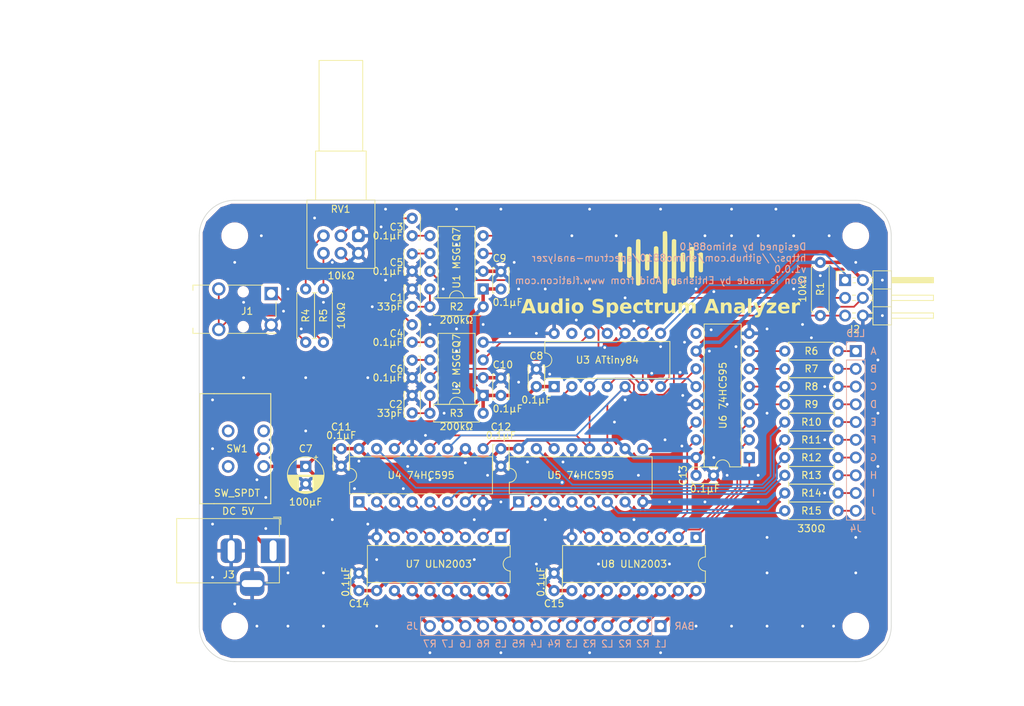
<source format=kicad_pcb>
(kicad_pcb (version 20221018) (generator pcbnew)
  (title_block (title "Spectrum Analyzer Controller") (date "2023-08-17") (rev "v1.0.0") (company "shimo8810"))
  (layers (0 "F.Cu" power) (31 "B.Cu" signal) (34 "B.Paste" user) (35 "F.Paste" user) (36 "B.SilkS" user "B.Silkscreen") (37 "F.SilkS" user "F.Silkscreen") (38 "B.Mask" user) (39 "F.Mask" user) (44 "Edge.Cuts" user))
  (net 0 "")
  (net 1 "+5V")
  (net 3 "/RESET")
  (net 4 "Net-(J1-PadR)")
  (net 5 "/LED_A")
  (net 6 "/LED_B")
  (net 7 "Net-(J1-PadT)")
  (net 8 "Net-(U2-CKIN)")
  (net 9 "Net-(U1-CKIN)")
  (net 10 "Net-(C3-Pad2)")
  (net 11 "GND")
  (net 12 "Net-(C4-Pad2)")
  (net 13 "/RIGHT_OUT")
  (net 14 "/STROBE")
  (net 15 "/RIGHT_IN")
  (net 16 "Net-(U2-GND)")
  (net 17 "/GEQ_RESET")
  (net 18 "/LEFT_OUT")
  (net 19 "/LEFT_IN")
  (net 20 "Net-(U1-GND)")
  (net 21 "/LED_DATA")
  (net 22 "/LED_CLOCK")
  (net 23 "/LED_LATCH")
  (net 24 "/ICSP_MOSI")
  (net 25 "/ICSP_MISO")
  (net 26 "/ICSP_CLOCK")
  (net 28 "/LED_C")
  (net 29 "/LED_D")
  (net 30 "/LED_E")
  (net 31 "/LED_F")
  (net 32 "/LED_G")
  (net 33 "/LED_H")
  (net 34 "/LED_I")
  (net 35 "/LED_J")
  (net 36 "/LEFT_1")
  (net 37 "/LEFT_2")
  (net 38 "/LEFT_3")
  (net 39 "/LEFT_4")
  (net 40 "/LEFT_5")
  (net 41 "/LEFT_6")
  (net 42 "/LEFT_7")
  (net 43 "/RIGHT_1")
  (net 44 "/RIGHT_2")
  (net 45 "/RIGHT_3")
  (net 46 "/RIGHT_4")
  (net 47 "/RIGHT_5")
  (net 48 "/RIGHT_6")
  (net 49 "/RIGHT_7")
  (net 50 "Net-(R4-Pad1)")
  (net 51 "Net-(R5-Pad2)")
  (net 52 "Net-(U4-QE)")
  (net 53 "Net-(U4-QF)")
  (net 54 "Net-(U4-QH')")
  (net 55 "Net-(U5-QH')")
  (net 57 "Net-(J4-Pin_1)")
  (net 58 "Net-(J4-Pin_2)")
  (net 59 "Net-(J4-Pin_3)")
  (net 60 "Net-(J4-Pin_4)")
  (net 61 "Net-(J4-Pin_5)")
  (net 62 "Net-(J4-Pin_6)")
  (net 63 "Net-(J4-Pin_7)")
  (net 64 "Net-(J4-Pin_8)")
  (net 65 "Net-(J4-Pin_9)")
  (net 66 "Net-(J4-Pin_10)")
  (net 67 "VDC")
  (net 68 "Net-(U4-QB)")
  (net 69 "Net-(U4-QC)")
  (net 70 "Net-(U4-QD)")
  (net 71 "Net-(U5-QB)")
  (net 72 "Net-(U5-QC)")
  (net 73 "Net-(U5-QD)")
  (net 74 "Net-(U5-QE)")
  (net 75 "Net-(U5-QF)")
  (net 76 "Net-(U6-QB)")
  (net 77 "Net-(U6-QC)")
  (net 78 "Net-(U6-QD)")
  (net 79 "Net-(U6-QA)")
  (footprint "Library:SP_R_Axial_DIN0207_L6.3mm_D2.5mm_P7.62mm_Horizontal" (layer "F.Cu") (at 109.22 92.71 90)
    (fp_text reference "R5")
    (fp_text value "10k")
  )
  (footprint "Capacitor_THT:CP_Radial_D5.0mm_P2.50mm" (layer "F.Cu") (at 106.68 110.49 -90)
    (fp_text reference "C7")
    (fp_text value "100u")
  )
  (footprint "Capacitor_THT:C_Disc_D3.4mm_W2.1mm_P2.50mm" (layer "F.Cu") (at 142.24 128.27 90)
    (fp_text reference "C15")
    (fp_text value "0.1u")
  )
  (footprint "Package_DIP:DIP-14_W7.62mm" (layer "F.Cu") (at 142.24 99.06 90)
    (fp_text reference "U3 ATtiny84")
    (fp_text value "ATtiny84-20P")
  )
  (footprint "aki_Switch:4MS1R202M6QES" (layer "F.Cu") (at 100.6609 107.95 90)
    (fp_text reference "SW1")
    (fp_text value "SW_SPDT")
  )
  (footprint "Package_DIP:DIP-16_W7.62mm" (layer "F.Cu") (at 170.18 109.22 180)
    (fp_text reference "U6 74HC595")
    (fp_text value "74HC595" hide)
  )
  (footprint "Capacitor_THT:C_Disc_D3.4mm_W2.1mm_P2.50mm" (layer "F.Cu") (at 121.92 102.83 90)
    (fp_text reference "C2")
    (fp_text value "33p")
  )
  (footprint "Library:SP_R_Axial_DIN0207_L6.3mm_D2.5mm_P7.62mm_Horizontal" (layer "F.Cu") (at 175.26 116.84)
    (fp_text reference "R15")
    (fp_text value "330")
  )
  (footprint "Capacitor_THT:C_Disc_D3.4mm_W2.1mm_P2.50mm" (layer "F.Cu") (at 121.92 92.71 90)
    (fp_text reference "C4")
    (fp_text value "0.1u")
  )
  (footprint "Package_DIP:DIP-16_W7.62mm" (layer "F.Cu") (at 137.16 115.57 90)
    (fp_text reference "U5 74HC595")
    (fp_text value "74HC595")
  )
  (footprint "Library:equalizer_icon" (layer "F.Cu") (at 157.48 81.28)
    (fp_text reference "G1" hide)
    (fp_text value "LOGO" hide)
  )
  (footprint "Capacitor_THT:C_Disc_D3.4mm_W2.1mm_P2.50mm" (layer "F.Cu") (at 111.76 107.95 -90)
    (fp_text reference "C11")
    (fp_text value "0.1u")
  )
  (footprint "Library:SP_R_Axial_DIN0207_L6.3mm_D2.5mm_P7.62mm_Horizontal" (layer "F.Cu") (at 106.68 85.09 -90)
    (fp_text reference "R4")
    (fp_text value "10k")
  )
  (footprint "Capacitor_THT:C_Disc_D3.4mm_W2.1mm_P2.50mm" (layer "F.Cu") (at 162.56 111.76)
    (fp_text reference "C13")
    (fp_text value "0.1u")
  )
  (footprint "Library:SP_R_Axial_DIN0207_L6.3mm_D2.5mm_P7.62mm_Horizontal" (layer "F.Cu") (at 175.26 96.52)
    (fp_text reference "R7")
    (fp_text value "330")
  )
  (footprint "Package_DIP:DIP-8_W7.62mm" (layer "F.Cu") (at 132.08 100.33 180)
    (fp_text reference "U2 MSGEQ7")
    (fp_text value "MSGEQ7")
  )
  (footprint "MountingHole:MountingHole_3.2mm_M3" (layer "F.Cu") (at 96.52 77.47)
    (fp_text reference "REF1" hide)
    (fp_text value "MountingHole_3.2mm_M3")
  )
  (footprint "Capacitor_THT:C_Disc_D3.4mm_W2.1mm_P2.50mm" (layer "F.Cu") (at 134.62 85.09 90)
    (fp_text reference "C9")
    (fp_text value "0.1u")
  )
  (footprint "Library:SP_R_Axial_DIN0207_L6.3mm_D2.5mm_P7.62mm_Horizontal" (layer "F.Cu") (at 132.08 102.87 180)
    (fp_text reference "R3")
    (fp_text value "200k")
  )
  (footprint "Library:SP_R_Axial_DIN0207_L6.3mm_D2.5mm_P7.62mm_Horizontal" (layer "F.Cu") (at 175.26 99.06)
    (fp_text reference "R8")
    (fp_text value "330")
  )
  (footprint "Library:SP_R_Axial_DIN0207_L6.3mm_D2.5mm_P7.62mm_Horizontal" (layer "F.Cu") (at 180.34 81.28 -90)
    (fp_text reference "R1")
    (fp_text value "10k")
  )
  (footprint "MountingHole:MountingHole_3.2mm_M3" (layer "F.Cu") (at 185.42 77.47)
    (fp_text reference "REF2" hide)
    (fp_text value "MountingHole_3.2mm_M3")
  )
  (footprint "Capacitor_THT:C_Disc_D3.4mm_W2.1mm_P2.50mm" (layer "F.Cu") (at 121.92 87.59 90)
    (fp_text reference "C1")
    (fp_text value "33p")
  )
  (footprint "Library:SP_R_Axial_DIN0207_L6.3mm_D2.5mm_P7.62mm_Horizontal" (layer "F.Cu") (at 175.26 106.68)
    (fp_text reference "R11")
    (fp_text value "330")
  )
  (footprint "Package_DIP:DIP-16_W7.62mm" (layer "F.Cu") (at 134.62 120.65 -90)
    (fp_text reference "U7 ULN2003")
    (fp_text value "ULN2003")
  )
  (footprint "Capacitor_THT:C_Disc_D3.4mm_W2.1mm_P2.50mm" (layer "F.Cu") (at 134.62 107.95 -90)
    (fp_text reference "C12")
    (fp_text value "0.1u")
  )
  (footprint "Connector_Audio:Jack_3.5mm_Switronic_ST-005-G_horizontal" (layer "F.Cu") (at 95.234 87.99)
    (fp_text reference "J1")
    (fp_text value "AudioJack3")
  )
  (footprint "Capacitor_THT:C_Disc_D3.4mm_W2.1mm_P2.50mm" (layer "F.Cu") (at 134.62 100.33 90)
    (fp_text reference "C10")
    (fp_text value "0.1u")
  )
  (footprint "Package_DIP:DIP-8_W7.62mm" (layer "F.Cu") (at 132.08 85.09 180)
    (fp_text reference "U1 MSGEQ7")
    (fp_text value "MSGEQ7")
  )
  (footprint "Library:SP_R_Axial_DIN0207_L6.3mm_D2.5mm_P7.62mm_Horizontal" (layer "F.Cu") (at 175.26 93.98)
    (fp_text reference "R6")
    (fp_text value "330")
  )
  (footprint "Library:SP_R_Axial_DIN0207_L6.3mm_D2.5mm_P7.62mm_Horizontal" (layer "F.Cu") (at 175.26 114.3)
    (fp_text reference "R14")
    (fp_text value "330")
  )
  (footprint "Capacitor_THT:C_Disc_D3.4mm_W2.1mm_P2.50mm" (layer "F.Cu") (at 121.92 80.05 -90)
    (fp_text reference "C5")
    (fp_text value "0.1u")
  )
  (footprint "Package_DIP:DIP-16_W7.62mm" (layer "F.Cu") (at 114.3 115.57 90)
    (fp_text reference "U4 74HC595")
    (fp_text value "74HC595")
  )
  (footprint "MountingHole:MountingHole_3.2mm_M3" (layer "F.Cu") (at 96.52 133.35)
    (fp_text reference "REF4" hide)
    (fp_text value "MountingHole_3.2mm_M3")
  )
  (footprint "MountingHole:MountingHole_3.2mm_M3" (layer "F.Cu") (at 185.42 133.35)
    (fp_text reference "REF3" hide)
    (fp_text value "MountingHole_3.2mm_M3")
  )
  (footprint "Library:SP_R_Axial_DIN0207_L6.3mm_D2.5mm_P7.62mm_Horizontal" (layer "F.Cu") (at 175.26 111.76)
    (fp_text reference "R13")
    (fp_text value "330")
  )
  (footprint "Capacitor_THT:C_Disc_D3.4mm_W2.1mm_P2.50mm" (layer "F.Cu") (at 114.3 128.27 90)
    (fp_text reference "C14")
    (fp_text value "0.1u")
  )
  (footprint "Library:SP_R_Axial_DIN0207_L6.3mm_D2.5mm_P7.62mm_Horizontal" (layer "F.Cu") (at 175.26 109.22)
    (fp_text reference "R12")
    (fp_text value "330")
  )
  (footprint "Potentiometer_THT:Potentiometer_Alps_RK097_Dual_Horizontal" (layer "F.Cu") (at 114.22 77.47 -90)
    (fp_text reference "RV1")
    (fp_text value "10k")
  )
  (footprint "Capacitor_THT:C_Disc_D3.4mm_W2.1mm_P2.50mm" (layer "F.Cu") (at 121.92 95.29 -90)
    (fp_text reference "C6")
    (fp_text value "0.1u")
  )
  (footprint "Connector_PinHeader_2.54mm:PinHeader_2x03_P2.54mm_Horizontal" (layer "F.Cu") (at 183.896 83.82)
    (fp_text reference "J2")
    (fp_text value "Conn_02x03_Odd_Even")
  )
  (footprint "Package_DIP:DIP-16_W7.62mm" (layer "F.Cu") (at 162.56 120.65 -90)
    (fp_text reference "U8 ULN2003")
    (fp_text value "ULN2003")
  )
  (footprint "Library:SP_R_Axial_DIN0207_L6.3mm_D2.5mm_P7.62mm_Horizontal" (layer "F.Cu") (at 175.26 101.6)
    (fp_text reference "R9")
    (fp_text value "330")
  )
  (footprint "Library:SP_R_Axial_DIN0207_L6.3mm_D2.5mm_P7.62mm_Horizontal" (layer "F.Cu") (at 175.26 104.14)
    (fp_text reference "R10")
    (fp_text value "330")
  )
  (footprint "Capacitor_THT:C_Disc_D3.4mm_W2.1mm_P2.50mm" (layer "F.Cu") (at 121.92 77.47 90)
    (fp_text reference "C3")
    (fp_text value "0.1u")
  )
  (footprint "Connector_BarrelJack:BarrelJack_Horizontal" (layer "F.Cu") (at 102.012 122.555)
    (fp_text reference "J3")
    (fp_text value "Barrel_Jack_Switch")
  )
  (footprint "Capacitor_THT:C_Disc_D3.4mm_W2.1mm_P2.50mm" (layer "F.Cu") (at 139.7 99.06 90)
    (fp_text reference "C8")
    (fp_text value "0.1u")
  )
  (footprint "Library:SP_R_Axial_DIN0207_L6.3mm_D2.5mm_P7.62mm_Horizontal" (layer "F.Cu") (at 132.08 87.63 180)
    (fp_text reference "R2")
    (fp_text value "200k")
  )
  (footprint "Connector_PinSocket_2.54mm:PinSocket_1x14_P2.54mm_Vertical" (layer "B.Cu") (at 157.48 133.35 90)
    (fp_text reference "J5")
    (fp_text value "Conn_01x14_Socket")
  )
  (footprint "Connector_PinSocket_2.54mm:PinSocket_1x10_P2.54mm_Vertical" (layer "B.Cu") (at 185.42 93.98 180)
    (fp_text reference "J4")
    (fp_text value "Conn_01x10_Socket")
  )
  (gr_line (start 91.44 77.47) (end 91.44 133.35) (stroke (width 0.1)) (layer "Edge.Cuts"))
  (gr_arc (start 190.5 133.35) (mid 189.012102 136.942102) (end 185.42 138.43) (stroke (width 0.1)) (layer "Edge.Cuts"))
  (gr_line (start 190.5 133.35) (end 190.5 77.47) (stroke (width 0.1)) (layer "Edge.Cuts"))
  (gr_arc (start 185.42 72.39) (mid 189.012102 73.877898) (end 190.5 77.47) (stroke (width 0.1)) (layer "Edge.Cuts"))
  (gr_arc (start 96.52 138.43) (mid 92.927898 136.942102) (end 91.44 133.35) (stroke (width 0.1)) (layer "Edge.Cuts"))
  (gr_arc (start 91.44 77.47) (mid 92.927898 73.877898) (end 96.52 72.39) (stroke (width 0.1)) (layer "Edge.Cuts"))
  (gr_line (start 96.52 138.43) (end 185.42 138.43) (stroke (width 0.1)) (layer "Edge.Cuts"))
  (gr_line (start 185.42 72.39) (end 96.52 72.39) (stroke (width 0.1)) (layer "Edge.Cuts"))
  (gr_text "L6" (at 129.54 135.89) (layer "B.SilkS") (effects (font (size 1 1)) (justify mirror)))
  (gr_text "L3" (at 144.78 135.89) (layer "B.SilkS") (effects (font (size 1 1)) (justify mirror)))
  (gr_text "L1" (at 157.48 135.89) (layer "B.SilkS") (effects (font (size 1 1)) (justify mirror)))
  (gr_text "A" (at 187.96 93.98) (layer "B.SilkS") (effects (font (size 1 1)) (justify mirror)))
  (gr_text "E" (at 187.96 104.14) (layer "B.SilkS") (effects (font (size 1 1)) (justify mirror)))
  (gr_text "D" (at 187.96 101.6) (layer "B.SilkS") (effects (font (size 1 1)) (justify mirror)))
  (gr_text "H" (at 187.96 111.76) (layer "B.SilkS") (effects (font (size 1 1)) (justify mirror)))
  (gr_text "Designed by shimo8810\nhttps://github.com/shimo8810/spectrum-analyzer\nv1.0.0\nIcon is made by Ehtisham Abid from www.flaticon.com" (at 178.435 84.455) (layer "B.SilkS") (effects (font (size 1 1)) (justify left bottom mirror)))
  (gr_text "C" (at 187.96 99.06) (layer "B.SilkS") (effects (font (size 1 1)) (justify mirror)))
  (gr_text "I" (at 187.96 114.3) (layer "B.SilkS") (effects (font (size 1 1)) (justify mirror)))
  (gr_text "R7" (at 124.46 135.89) (layer "B.SilkS") (effects (font (size 1 1)) (justify mirror)))
  (gr_text "L5" (at 134.62 135.89) (layer "B.SilkS") (effects (font (size 1 1)) (justify mirror)))
  (gr_text "R2" (at 152.4 135.89) (layer "B.SilkS") (effects (font (size 1 1)) (justify mirror)))
  (gr_text "B" (at 187.96 96.52) (layer "B.SilkS") (effects (font (size 1 1)) (justify mirror)))
  (gr_text "F" (at 187.96 106.68) (layer "B.SilkS") (effects (font (size 1 1)) (justify mirror)))
  (gr_text "BAR" (at 159.385 133.35) (layer "B.SilkS") (effects (font (size 1 1)) (justify right mirror)))
  (gr_text "R5" (at 137.16 135.89) (layer "B.SilkS") (effects (font (size 1 1)) (justify mirror)))
  (gr_text "R3" (at 147.32 135.89) (layer "B.SilkS") (effects (font (size 1 1)) (justify mirror)))
  (gr_text "L4" (at 139.7 135.89) (layer "B.SilkS") (effects (font (size 1 1)) (justify mirror)))
  (gr_text "R2" (at 154.94 135.89) (layer "B.SilkS") (effects (font (size 1 1)) (justify mirror)))
  (gr_text "J" (at 187.96 116.84) (layer "B.SilkS") (effects (font (size 1 1)) (justify mirror)))
  (gr_text "R4" (at 142.24 135.89) (layer "B.SilkS") (effects (font (size 1 1)) (justify mirror)))
  (gr_text "LED" (at 185.42 91.44) (layer "B.SilkS") (effects (font (size 1 1)) (justify mirror)))
  (gr_text "G" (at 187.96 109.22) (layer "B.SilkS") (effects (font (size 1 1)) (justify mirror)))
  (gr_text "L2" (at 149.86 135.89) (layer "B.SilkS") (effects (font (size 1 1)) (justify mirror)))
  (gr_text "R6" (at 132.08 135.89) (layer "B.SilkS") (effects (font (size 1 1)) (justify mirror)))
  (gr_text "L7" (at 127 135.89) (layer "B.SilkS") (effects (font (size 1 1)) (justify mirror)))
  (gr_text "0.1μF" (at 112.395 127 90) (layer "F.SilkS") (effects (font (size 1 1))))
  (gr_text "33pF" (at 120.65 102.87) (layer "F.SilkS") (effects (font (size 1 1)) (justify right)))
  (gr_text "10kΩ" (at 177.8 85.09 90) (layer "F.SilkS") (effects (font (size 1 1))))
  (gr_text "0.1μF" (at 163.83 113.665) (layer "F.SilkS") (effects (font (size 1 1))))
  (gr_text "0.1μF" (at 134.62 106.045) (layer "F.SilkS") (effects (font (size 1 1))))
  (gr_text "10kΩ" (at 111.76 88.9 90) (layer "F.SilkS") (effects (font (size 1 1))))
  (gr_text "33pF" (at 120.65 87.63) (layer "F.SilkS") (effects (font (size 1 1)) (justify right)))
  (gr_text "200kΩ" (at 128.27 89.535) (layer "F.SilkS") (effects (font (size 1 1))))
  (gr_text "200kΩ" (at 128.27 104.775) (layer "F.SilkS") (effects (font (size 1 1))))
  (gr_text "0.1μF" (at 133.35 102.235) (layer "F.SilkS") (effects (font (size 1 1)) (justify left)))
  (gr_text "0.1μF" (at 120.65 77.47) (layer "F.SilkS") (effects (font (size 1 1)) (justify right)))
  (gr_text "100μF" (at 106.68 115.57) (layer "F.SilkS") (effects (font (size 1 1))))
  (gr_text "0.1μF" (at 133.35 86.995) (layer "F.SilkS") (effects (font (size 1 1)) (justify left)))
  (gr_text "Audio Spectrum Analyzer" (at 157.48 88.9) (layer "F.SilkS") (effects (font (size 2 2) (thickness 0.4) bold) (justify bottom)))
  (gr_text "DC 5V" (at 94.615 117.475) (layer "F.SilkS") (effects (font (size 1 1)) (justify left bottom)))
  (gr_text "0.1μF" (at 111.76 106.045) (layer "F.SilkS") (effects (font (size 1 1))))
  (gr_text "10kΩ" (at 111.76 83.185) (layer "F.SilkS") (effects (font (size 1 1))))
  (gr_text "330Ω" (at 179.07 119.38) (layer "F.SilkS") (effects (font (size 1 1))))
  (gr_text "0.1μF" (at 120.65 92.71) (layer "F.SilkS") (effects (font (size 1 1)) (justify right)))
  (gr_text "0.1μF" (at 120.65 82.55) (layer "F.SilkS") (effects (font (size 1 1)) (justify right)))
  (gr_text "0.1μF" (at 140.335 127 90) (layer "F.SilkS") (effects (font (size 1 1))))
  (gr_text "0.1μF" (at 139.7 100.965) (layer "F.SilkS") (effects (font (size 1 1))))
  (gr_text "0.1μF" (at 120.65 97.79) (layer "F.SilkS") (effects (font (size 1 1)) (justify right)))
  (segment (start 134.62 100.33) (end 138.43 100.33) (width 0.5) (layer "F.Cu") (net 1))
  (segment (start 114.3 107.95) (end 115.55 109.2) (width 0.5) (layer "F.Cu") (net 1))
  (segment (start 134.62 107.95) (end 137.16 107.95) (width 0.5) (layer "F.Cu") (net 1))
  (segment (start 142.24 128.27) (end 140.99 127.02) (width 0.5) (layer "F.Cu") (net 1))
  (segment (start 142.24 99.06) (end 139.7 99.06) (width 0.5) (layer "F.Cu") (net 1))
  (segment (start 128.27 104.14) (end 132.08 100.33) (width 0.5) (layer "F.Cu") (net 1))
  (segment (start 118.09 127.02) (end 116.84 128.27) (width 0.5) (layer "F.Cu") (net 1))
  (segment (start 106.68 110.49) (end 109.22 107.95) (width 0.5) (layer "F.Cu") (net 1))
  (segment (start 133.37 109.2) (end 134.62 107.95) (width 0.5) (layer "F.Cu") (net 1))
  (segment (start 132.08 87.63) (end 132.08 85.09) (width 0.5) (layer "F.Cu") (net 1))
  (segment (start 109.22 113.03) (end 109.22 123.19) (width 0.5) (layer "F.Cu") (net 1))
  (segment (start 130.79 109.2) (end 133.37 109.2) (width 0.5) (layer "F.Cu") (net 1))
  (segment (start 162.56 109.22) (end 163.81 107.97) (width 0.5) (layer "F.Cu") (net 1))
  (segment (start 132.08 85.09) (end 134.62 85.09) (width 0.5) (layer "F.Cu") (net 1))
  (segment (start 134.62 100.33) (end 132.08 100.33) (width 0.5) (layer "F.Cu") (net 1))
  (segment (start 138.43 100.33) (end 139.7 99.06) (width 0.5) (layer "F.Cu") (net 1))
  (segment (start 183.896 81.28) (end 180.34 81.28) (width 0.5) (layer "F.Cu") (net 1))
  (segment (start 163.81 95.23) (end 162.56 93.98) (width 0.5) (layer "F.Cu") (net 1))
  (segment (start 114.3 107.95) (end 118.11 104.14) (width 0.5) (layer "F.Cu") (net 1))
  (segment (start 132.08 102.87) (end 132.08 100.33) (width 0.5) (layer "F.Cu") (net 1))
  (segment (start 142.24 128.27) (end 144.78 128.27) (width 0.5) (layer "F.Cu") (net 1))
  (segment (start 128.29 109.2) (end 129.54 107.95) (width 0.5) (layer "F.Cu") (net 1))
  (segment (start 163.81 107.97) (end 163.81 95.23) (width 0.5) (layer "F.Cu") (net 1))
  (segment (start 140.99 127.02) (end 118.09 127.02) (width 0.5) (layer "F.Cu") (net 1))
  (segment (start 114.3 107.95) (end 111.76 107.95) (width 0.5) (layer "F.Cu") (net 1))
  (segment (start 106.68 110.49) (end 109.22 113.03) (width 0.5) (layer "F.Cu") (net 1))
  (segment (start 129.54 107.95) (end 130.79 109.2) (width 0.5) (layer "F.Cu") (net 1))
  (segment (start 114.3 128.27) (end 116.84 128.27) (width 0.5) (layer "F.Cu") (net 1))
  (segment (start 186.436 83.82) (end 183.896 81.28) (width 0.5) (layer "F.Cu") (net 1))
  (segment (start 109.22 123.19) (end 114.3 128.27) (width 0.5) (layer "F.Cu") (net 1))
  (segment (start 109.22 107.95) (end 111.76 107.95) (width 0.5) (layer "F.Cu") (net 1))
  (segment (start 162.56 109.22) (end 162.56 111.76) (width 0.5) (layer "F.Cu") (net 1))
  (segment (start 118.11 104.14) (end 128.27 104.14) (width 0.5) (layer "F.Cu") (net 1))
  (segment (start 100.6609 110.49) (end 106.68 110.49) (width 0.5) (layer "F.Cu") (net 1))
  (segment (start 115.55 109.2) (end 128.29 109.2) (width 0.5) (layer "F.Cu") (net 1))
  (segment (start 152.4 107.95) (end 151.15 106.7) (width 0.5) (layer "B.Cu") (net 1))
  (segment (start 138.41 106.7) (end 137.16 107.95) (width 0.5) (layer "B.Cu") (net 1))
  (segment (start 153.67 109.22) (end 152.4 107.95) (width 0.5) (layer "B.Cu") (net 1))
  (segment (start 130.83 99.08) (end 132.08 100.33) (width 0.5) (layer "B.Cu") (net 1))
  (segment (start 180.34 81.28) (end 177.351082 81.28) (width 0.5) (layer "B.Cu") (net 1))
  (segment (start 151.15 106.7) (end 138.41 106.7) (width 0.5) (layer "B.Cu") (net 1))
  (segment (start 165.921082 92.71) (end 163.83 92.71) (width 0.5) (layer "B.Cu") (net 1))
  (segment (start 162.56 109.22) (end 153.67 109.22) (width 0.5) (layer "B.Cu") (net 1))
  (segment (start 163.83 92.71) (end 162.56 93.98) (width 0.5) (layer "B.Cu") (net 1))
  (segment (start 132.08 87.63) (end 130.83 88.88) (width 0.5) (layer "B.Cu") (net 1))
  (segment (start 130.83 88.88) (end 130.83 99.08) (width 0.5) (layer "B.Cu") (net 1))
  (segment (start 177.351082 81.28) (end 165.921082 92.71) (width 0.5) (layer "B.Cu") (net 1))
  (segment (start 129.54 107.95) (end 130.107082 107.95) (width 0.5) (layer "B.Cu") (net 1))
  (segment (start 180.34 88.9) (end 163.195 88.9) (width 0.25) (layer "F.Cu") (net 3))
  (segment (start 157.902591 100.2284) (end 154.204796 100.2284) (width 0.25) (layer "F.Cu") (net 3))
  (segment (start 150.985 97.935) (end 149.86 99.06) (width 0.25) (layer "F.Cu") (net 3))
  (segment (start 154.204796 100.2284) (end 153.67 99.693604) (width 0.25) (layer "F.Cu") (net 3))
  (segment (start 159.385 98.745991) (end 157.902591 100.2284) (width 0.25) (layer "F.Cu") (net 3))
  (segment (start 153.67 98.739009) (end 152.865991 97.935) (width 0.25) (layer "F.Cu") (net 3))
  (segment (start 153.67 99.693604) (end 153.67 98.739009) (width 0.25) (layer "F.Cu") (net 3))
  (segment (start 159.385 92.71) (end 159.385 98.745991) (width 0.25) (layer "F.Cu") (net 3))
  (segment (start 152.865991 97.935) (end 150.985 97.935) (width 0.25) (layer "F.Cu") (net 3))
  (segment (start 163.195 88.9) (end 159.385 92.71) (width 0.25) (layer "F.Cu") (net 3))
  (segment (start 183.896 88.9) (end 180.34 88.9) (width 0.25) (layer "F.Cu") (net 3))
  (segment (start 109.22 92.71) (end 102.25 85.74) (width 0.25) (layer "F.Cu") (net 4))
  (segment (start 102.25 85.74) (end 101.734 85.74) (width 0.25) (layer "F.Cu") (net 4))
  (segment (start 175.26 93.98) (end 170.18 93.98) (width 0.25) (layer "F.Cu") (net 5))
  (segment (start 170.18 96.52) (end 175.26 96.52) (width 0.25) (layer "F.Cu") (net 6))
  (segment (start 94.234 85.09) (end 94.234 90.89) (width 0.25) (layer "F.Cu") (net 7))
  (segment (start 102.87 88.9) (end 106.68 92.71) (width 0.25) (layer "F.Cu") (net 7))
  (segment (start 96.224 88.9) (end 102.87 88.9) (width 0.25) (layer "F.Cu") (net 7))
  (segment (start 94.234 90.89) (end 96.224 88.9) (width 0.25) (layer "F.Cu") (net 7))
  (segment (start 121.96 102.87) (end 121.92 102.83) (width 0.25) (layer "F.Cu") (net 8))
  (segment (start 124.46 102.87) (end 121.96 102.87) (width 0.25) (layer "F.Cu") (net 8))
  (segment (start 124.46 100.33) (end 124.46 102.87) (width 0.25) (layer "F.Cu") (net 8))
  (segment (start 124.46 85.09) (end 124.46 87.63) (width 0.25) (layer "F.Cu") (net 9))
  (segment (start 124.46 87.63) (end 121.96 87.63) (width 0.25) (layer "F.Cu") (net 9))
  (segment (start 121.96 87.63) (end 121.92 87.59) (width 0.25) (layer "F.Cu") (net 9))
  (segment (start 111.72 77.47) (end 114.22 74.97) (width 0.25) (layer "F.Cu") (net 10))
  (segment (start 114.22 74.97) (end 121.92 74.97) (width 0.25) (layer "F.Cu") (net 10))
  (segment (start 134.58 82.55) (end 134.62 82.59) (width 0.5) (layer "F.Cu") (net 11))
  (segment (start 134.58 97.79) (end 134.62 97.83) (width 0.5) (layer "F.Cu") (net 11))
  (segment (start 132.08 82.55) (end 134.58 82.55) (width 0.5) (layer "F.Cu") (net 11))
  (segment (start 132.08 97.79) (end 134.58 97.79) (width 0.5) (layer "F.Cu") (net 11))
  (via (at 164.465 93.98) (size 0.8) (drill 0.4) (layers "F.Cu" "B.Cu") (net 11))
  (via (at 167.64 73.66) (size 0.8) (drill 0.4) (layers "F.Cu" "B.Cu") (net 11))
  (via (at 181.61 77.47) (size 0.8) (drill 0.4) (layers "F.Cu" "B.Cu") (net 11))
  (via (at 132.08 90.17) (size 0.8) (drill 0.4) (layers "F.Cu" "B.Cu") (net 11))
  (via (at 180.975 106.68) (size 0.8) (drill 0.4) (layers "F.Cu" "B.Cu") (net 11))
  (via (at 152.4 86.36) (size 0.8) (drill 0.4) (layers "F.Cu" "B.Cu") (net 11))
  (via (at 150.876 104.14) (size 0.8) (drill 0.4) (layers "F.Cu" "B.Cu") (net 11))
  (via (at 160.655 100.33) (size 0.8) (drill 0.4) (layers "F.Cu" "B.Cu") (net 11))
  (via (at 107.95 74.93) (size 0.8) (drill 0.4) (layers "F.Cu" "B.Cu") (net 11))
  (via (at 134.62 115.57) (size 0.8) (drill 0.4) (layers "F.Cu" "B.Cu") (net 11))
  (via (at 165.1 85.471) (size 0.8) (drill 0.4) (layers "F.Cu" "B.Cu") (net 11))
  (via (at 185.42 120.65) (size 0.8) (drill 0.4) (layers "F.Cu" "B.Cu") (net 11))
  (via (at 147.32 137.16) (size 0.8) (drill 0.4) (layers "F.Cu" "B.Cu") (net 11))
  (via (at 100.965 119.38) (size 0.8) (drill 0.4) (layers "F.Cu" "B.Cu") (net 11))
  (via (at 118.11 73.66) (size 0.8) (drill 0.4) (layers "F.Cu" "B.Cu") (net 11))
  (via (at 93.345 118.745) (size 0.8) (drill 0.4) (layers "F.Cu" "B.Cu") (net 11))
  (via (at 103.505 88.265) (size 0.8) (drill 0.4) (layers "F.Cu" "B.Cu") (net 11))
  (via (at 123.825 106.045) (size 0.8) (drill 0.4) (layers "F.Cu" "B.Cu") (net 11))
  (via (at 109.22 125.73) (size 0.8) (drill 0.4) (layers "F.Cu" "B.Cu") (net 11))
  (via (at 165.1 109.22) (size 0.8) (drill 0.4) (layers "F.Cu" "B.Cu") (net 11))
  (via (at 185.42 81.28) (size 0.8) (drill 0.4) (layers "F.Cu" "B.Cu") (net 11))
  (via (at 158.75 124.46) (size 0.8) (drill 0.4) (layers "F.Cu" "B.Cu") (net 11))
  (via (at 171.45 77.47) (size 0.8) (drill 0.4) (layers "F.Cu" "B.Cu") (net 11))
  (via (at 104.14 85.09) (size 0.8) (drill 0.4) (layers "F.Cu" "B.Cu") (net 11))
  (via (at 132.715 111.76) (size 0.8) (drill 0.4) (layers "F.Cu" "B.Cu") (net 11))
  (via (at 143.383 112.776) (size 0.8) (drill 0.4) (layers "F.Cu" "B.Cu") (net 11))
  (via (at 188.595 95.25) (size 0.8) (drill 0.4) (layers "F.Cu" "B.Cu") (net 11))
  (via (at 130.81 118.11) (size 0.8) (drill 0.4) (layers "F.Cu" "B.Cu") (net 11))
  (via (at 182.245 133.35) (size 0.8) (drill 0.4) (layers "F.Cu" "B.Cu") (net 11))
  (via (at 115.57 97.79) (size 0.8) (drill 0.4) (layers "F.Cu" "B.Cu") (net 11))
  (via (at 180.34 83.185) (size 0.8) (drill 0.4) (layers "F.Cu" "B.Cu") (net 11))
  (via (at 168.275 93.345) (size 0.8) (drill 0.4) (layers "F.Cu" "B.Cu") (net 11))
  (via (at 99.695 112.395) (size 0.8) (drill 0.4) (layers "F.Cu" "B.Cu") (net 11))
  (via (at 189.23 88.9) (size 0.8) (drill 0.4) (layers "F.Cu" "B.Cu") (net 11))
  (via (at 162.56 85.09) (size 0.8) (drill 0.4) (layers "F.Cu" "B.Cu") (net 11))
  (via (at 188.595 102.87) (size 0.8) (drill 0.4) (layers "F.Cu" "B.Cu") (net 11))
  (via (at 149.479 93.472) (size 0.8) (drill 0.4) (layers "F.Cu" "B.Cu") (net 11))
  (via (at 147.32 73.66) (size 0.8) (drill 0.4) (layers "F.Cu" "B.Cu") (net 11))
  (via (at 100.33 77.47) (size 0.8) (drill 0.4) (layers "F.Cu" "B.Cu") (net 11))
  (via (at 160.909 92.71) (size 0.8) (drill 0.4) (layers "F.Cu" "B.Cu") (net 11))
  (via (at 153.67 89.662) (size 0.8) (drill 0.4) (layers "F.Cu" "B.Cu") (net 11))
  (via (at 96.52 81.28) (size 0.8) (drill 0.4) (layers "F.Cu" "B.Cu") (net 11))
  (via (at 171.45 115.57) (size 0.8) (drill 0.4) (layers "F.Cu" "B.Cu") (net 11))
  (via (at 129.54 109.982) (size 0.8) (drill 0.4) (layers "F.Cu" "B.Cu") (net 11))
  (via (at 139.7 124.46) (size 0.8) (drill 0.4) (layers "F.Cu" "B.Cu") (net 11))
  (via (at 152.4 100.965) (size 0.8) (drill 0.4) (layers "F.Cu" "B.Cu") (net 11))
  (via (at 140.97 118.11) (size 0.8) (drill 0.4) (layers "F.Cu" "B.Cu") (net 11))
  (via (at 110.49 81.28) (size 0.8) (drill 0.4) (layers "F.Cu" "B.Cu") (net 11))
  (via (at 145.415 89.535) (size 0.8) (drill 0.4) (layers "F.Cu" "B.Cu") (net 11))
  (via (at 189.23 83.82) (size 0.8) (drill 0.4) (layers "F.Cu" "B.Cu") (net 11))
  (via (at 167.64 133.35) (size 0.8) (drill 0.4) (layers "F.Cu" "B.Cu") (net 11))
  (via (at 110.49 118.11) (size 0.8) (drill 0.4) (layers "F.Cu" "B.Cu") (net 11))
  (via (at 177.8 90.17) (size 0.8) (drill 0.4) (layers "F.Cu" "B.Cu") (net 11))
  (via (at 128.27 93.98) (size 0.8) (drill 0.4) (layers "F.Cu" "B.Cu") (net 11))
  (via (at 136.525 81.28) (size 0.8) (drill 0.4) (layers "F.Cu" "B.Cu") (net 11))
  (via (at 143.51 109.855) (size 0.8) (drill 0.4) (layers "F.Cu" "B.Cu") (net 11))
  (via (at 118.11 83.82) (size 0.8) (drill 0.4) (layers "F.Cu" "B.Cu") (net 11))
  (via (at 126.365 85.09) (size 0.8) (drill 0.4) (layers "F.Cu" "B.Cu") (net 11))
  (via (at 172.72 102.87) (size 0.8) (drill 0.4) (layers "F.Cu" "B.Cu") (net 11))
  (via (at 153.67 118.11) (size 0.8) (drill 0.4) (layers "F.Cu" "B.Cu") (net 11))
  (via (at 179.07 92.075) (size 0.8) (drill 0.4) (layers "F.Cu" "B.Cu") (net 11))
  (via (at 172.72 120.65) (size 0.8) (drill 0.4) (layers "F.Cu" "B.Cu") (net 11))
  (via (at 157.48 73.66) (size 0.8) (drill 0.4) (layers "F.Cu" "B.Cu") (net 11))
  (via (at 104.14 133.35) (size 0.8) (drill 0.4) (layers "F.Cu" "B.Cu") (net 11))
  (via (at 172.72 133.35) (size 0.8) (drill 0.4) (layers "F.Cu" "B.Cu") (net 11))
  (via (at 93.345 100.965) (size 0.8) (drill 0.4) (layers "F.Cu" "B.Cu") (net 11))
  (via (at 115.57 118.745) (size 0.8) (drill 0.4) (layers "F.Cu" "B.Cu") (net 11))
  (via (at 138.43 109.855) (size 0.8) (drill 0.4) (layers "F.Cu" "B.Cu") (net 11))
  (via (at 172.72 125.73) (size 0.8) (drill 0.4) (layers "F.Cu" "B.Cu") (net 11))
  (via (at 100.965 114.935) (size 0.8) (drill 0.4) (layers "F.Cu" "B.Cu") (net 11))
  (via (at 147.32 85.09) (size 0.8) (drill 0.4) (layers "F.Cu" "B.Cu") (net 11))
  (via (at 126.492 102.87) (size 0.8) (drill 0.4) (layers "F.Cu" "B.Cu") (net 11))
  (via (at 137.16 98.425) (size 0.8) (drill 0.4) (layers "F.Cu" "B.Cu") (net 11))
  (via (at 140.97 85.09) (size 0.8) (drill 0.4) (layers "F.Cu" "B.Cu") (net 11))
  (via (at 171.45 111.76) (size 0.8) (drill 0.4) (layers "F.Cu" "B.Cu") (net 11))
  (via (at 128.27 78.74) (size 0.8) (drill 0.4) (layers "F.Cu" "B.Cu") (net 11))
  (via (at 160.528 107.569) (size 0.8) (drill 0.4) (layers "F.Cu" "B.Cu") (net 11))
  (via (at 172.72 90.805) (size 0.8) (drill 0.4) (layers "F.Cu" "B.Cu") (net 11))
  (via (at 99.695 133.35) (size 0.8) (drill 0.4) (layers "F.Cu" "B.Cu") (net 11))
  (via (at 154.305 111.76) (size 0.8) (drill 0.4) (layers "F.Cu" "B.Cu") (net 11))
  (via (at 188.595 110.49) (size 0.8) (drill 0.4) (layers "F.Cu" "B.Cu") (net 11))
  (via (at 116.205 87.63) (size 0.8) (drill 0.4) (layers "F.Cu" "B.Cu") (net 11))
  (via (at 158.115 106.68) (size 0.8) (drill 0.4) (layers "F.Cu" "B.Cu") (net 11))
  (via (at 137.16 85.09) (size 0.8) (drill 0.4) (layers "F.Cu" "B.Cu") (net 11))
  (via (at 180.975 114.3) (size 0.8) (drill 0.4) (layers "F.Cu" "B.Cu") (net 11))
  (via (at 104.14 125.73) (size 0.8) (drill 0.4) (layers "F.Cu" "B.Cu") (net 11))
  (via (at 167.005 101.6) (size 0.8) (drill 0.4) (layers "F.Cu" "B.Cu") (net 11))
  (via (at 116.84 123.825) (size 0.8) (drill 0.4) (layers "F.Cu" "B.Cu") (net 11))
  (via (at 145.288 111.887) (size 0.8) (drill 0.4) (layers "F.Cu" "B.Cu") (net 11))
  (via (at 106.68 105.41) (size 0.8) (drill 0.4) (layers "F.Cu" "B.Cu") (net 11))
  (via (at 116.84 133.35) (size 0.8) (drill 0.4) (layers "F.Cu" "B.Cu") (net 11))
  (via (at 130.81 123.825) (size 0.8) (drill 0.4) (layers "F.Cu" "B.Cu") (net 11))
  (via (at 160.147 111.252) (size 0.8) (drill 0.4) (layers "F.Cu" "B.Cu") (net 11))
  (via (at 156.21 97.155) (size 0.8) (drill 0.4) (layers "F.Cu" "B.Cu") (net 11))
  (via (at 185.42 125.73) (size 0.8) (drill 0.4) (layers "F.Cu" "B.Cu") (net 11))
  (via (at 167.64 77.47) (size 0.8) (drill 0.4) (layers "F.Cu" "B.Cu") (net 11))
  (via (at 124.46 137.16) (size 0.8) (drill 0.4) (layers "F.Cu" "B.Cu") (net 11))
  (via (at 134.62 73.66) (size 0.8) (drill 0.4) (layers "F.Cu" "B.Cu") (net 11))
  (via (at 172.085 85.344) (size 0.8) (drill 0.4) (layers "F.Cu" "B.Cu") (net 11))
  (via (at 135.89 91.44) (size 0.8) (drill 0.4) (layers "F.Cu" "B.Cu") (net 11))
  (via (at 180.975 99.06) (size 0.8) (drill 0.4) (layers "F.Cu" "B.Cu") (net 11))
  (via (at 151.13 77.47) (size 0.8) (drill 0.4) (layers "F.Cu" "B.Cu") (net 11))
  (via (at 93.345 107.95) (size 0.8) (drill 0.4) (layers "F.Cu" "B.Cu") (net 11))
  (via (at 134.62 137.16) (size 0.8) (drill 0.4) (layers "F.Cu" "B.Cu") (net 11))
  (via (at 109.22 133.35) (size 0.8) (drill 0.4) (layers "F.Cu" "B.Cu") (net 11))
  (via (at 109.22 86.995) (size 0.8) (drill 0.4) (layers "F.Cu" "B.Cu") (net 11))
  (via (at 148.59 124.46) (size 0.8) (drill 0.4) (layers "F.Cu" "B.Cu") (net 11))
  (via (at 120.65 113.665) (size 0.8) (drill 0.4) (layers "F.Cu" "B.Cu") (net 11))
  (via (at 96.52 130.175) (size 0.8) (drill 0.4) (layers "F.Cu" "B.Cu") (net 11))
  (via (at 124.46 90.17) (size 0.8) (drill 0.4) (layers "F.Cu" "B.Cu") (net 11))
  (via (at 157.48 137.16) (size 0.8) (drill 0.4) (layers "F.Cu" "B.Cu") (net 11))
  (via (at 163.83 115.57) (size 0.8) (drill 0.4) (layers "F.Cu" "B.Cu") (net 11))
  (via (at 164.719 90.932) (size 0.8) (drill 0.4) (layers "F.Cu" "B.Cu") (net 11))
  (via (at 128.27 90.805) (size 0.8) (drill 0.4) (layers "F.Cu" "B.Cu") (net 11))
  (via (at 176.53 85.09) (size 0.8) (drill 0.4) (layers "F.Cu" "B.Cu") (net 11))
  (via (at 160.274 97.028) (size 0.8) (drill 0.4) (layers "F.Cu" "B.Cu") (net 11))
  (via (at 121.285 110.49) (size 0.8) (drill 0.4) (layers "F.Cu" "B.Cu") (net 11))
  (via (at 139.7 91.44) (size 0.8) (drill 0.4) (layers "F.Cu" "B.Cu") (net 11))
  (via (at 176.53 77.47) (size 0.8) (drill 0.4) (layers "F.Cu" "B.Cu") (net 11))
  (via (at 177.8 133.35) (size 0.8) (drill 0.4) (layers "F.Cu" "B.Cu") (net 11))
  (via (at 163.83 77.47) (size 0.8) (drill 0.4) (layers "F.Cu" "B.Cu") (net 11))
  (via (at 113.665 113.665) (size 0.8) (drill 0.4) (layers "F.Cu" "B.Cu") (net 11))
  (via (at 158.75 115.57) (size 0.8) (drill 0.4) (layers "F.Cu" "B.Cu") (net 11))
  (via (at 141.605 97.282) (size 0.8) (drill 0.4) (layers "F.Cu" "B.Cu") (net 11))
  (via (at 124.46 112.395) (size 0.8) (drill 0.4) (layers "F.Cu" "B.Cu") (net 11))
  (via (at 157.48 93.345) (size 0.8) (drill 0.4) (layers "F.Cu" "B.Cu") (net 11))
  (via (at 117.475 76.2) (size 0.8) (drill 0.4) (layers "F.Cu" "B.Cu") (net 11))
  (via (at 97.79 97.79) (size 0.8) (drill 0.4) (layers "F.Cu" "B.Cu") (net 11))
  (via (at 93.345 126.365) (size 0.8) (drill 0.4) (layers "F.Cu" "B.Cu") (net 11))
  (via (at 162.56 133.35) (size 0.8) (drill 0.4) (layers "F.Cu" "B.Cu") (net 11))
  (via (at 173.99 73.66) (size 0.8) (drill 0.4) (layers "F.Cu" "B.Cu") (net 11))
  (via (at 167.005 111.76) (size 0.8) (drill 0.4) (layers "F.Cu" "B.Cu") (net 11))
  (via (at 128.27 73.66) (size 0.8) (drill 0.4) (layers "F.Cu" "B.Cu") (net 11))
  (via (at 106.68 97.79) (size 0.8) (drill 0.4) (layers "F.Cu" "B.Cu") (net 11))
  (via (at 128.27 99.06) (size 0.8) (drill 0.4) (layers "F.Cu" "B.Cu") (net 11))
  (via (at 144.78 77.47) (size 0.8) (drill 0.4) (layers "F.Cu" "B.Cu") (net 11))
  (via (at 106.045 90.805) (size 0.8) (drill 0.4) (layers "F.Cu" "B.Cu") (net 11))
  (via (at 114.3 109.728) (size 0.8) (drill 0.4) (layers "F.Cu" "B.Cu") (net 11))
  (via (at 97.79 86.995) (size 0.8) (drill 0.4) (layers "F.Cu" "B.Cu") (net 11))
  (segment (start 111.72 79.97) (end 121.92 90.17) (width 0.25) (layer "F.Cu") (net 12))
  (segment (start 121.92 90.17) (end 121.92 90.21) (width 0.25) (layer "F.Cu") (net 12))
  (segment (start 132.08 95.25) (end 134.62 92.71) (width 0.25) (layer "F.Cu") (net 13))
  (segment (start 134.62 92.71) (end 146.05 92.71) (width 0.25) (layer "F.Cu") (net 13))
  (segment (start 146.05 92.71) (end 147.32 91.44) (width 0.25) (layer "F.Cu") (net 13))
  (segment (start 132.08 77.47) (end 138.43 77.47) (width 0.25) (layer "F.Cu") (net 14))
  (segment (start 138.43 77.47) (end 152.4 91.44) (width 0.25) (layer "F.Cu") (net 14))
  (segment (start 132.08 92.71) (end 151.13 92.71) (width 0.25) (layer "B.Cu") (net 14))
  (segment (start 151.13 92.71) (end 152.4 91.44) (width 0.25) (layer "B.Cu") (net 14))
  (segment (start 121.92 92.71) (end 124.46 92.71) (width 0.25) (layer "F.Cu") (net 15))
  (segment (start 121.96 95.25) (end 121.92 95.29) (width 0.25) (layer "F.Cu") (net 16))
  (segment (start 124.46 95.25) (end 121.96 95.25) (width 0.25) (layer "F.Cu") (net 16))
  (segment (start 148.59 90.806396) (end 148.59 95.25) (width 0.25) (layer "F.Cu") (net 17))
  (segment (start 153.035 97.155) (end 154.94 99.06) (width 0.25) (layer "F.Cu") (net 17))
  (segment (start 148.59 95.25) (end 149.86 96.52) (width 0.25) (layer "F.Cu") (net 17))
  (segment (start 125.73 83.82) (end 141.603604 83.82) (width 0.25) (layer "F.Cu") (net 17))
  (segment (start 149.86 96.52) (end 154.305 96.52) (width 0.25) (layer "F.Cu") (net 17))
  (segment (start 134.62 95.25) (end 140.97 95.25) (width 0.25) (layer "F.Cu") (net 17))
  (segment (start 124.46 82.55) (end 125.73 83.82) (width 0.25) (layer "F.Cu") (net 17))
  (segment (start 125.73 96.52) (end 133.35 96.52) (width 0.25) (layer "F.Cu") (net 17))
  (segment (start 142.875 97.155) (end 153.035 97.155) (width 0.25) (layer "F.Cu") (net 17))
  (segment (start 154.305 96.52) (end 154.94 97.155) (width 0.25) (layer "F.Cu") (net 17))
  (segment (start 141.603604 83.82) (end 148.59 90.806396) (width 0.25) (layer "F.Cu") (net 17))
  (segment (start 140.97 95.25) (end 142.875 97.155) (width 0.25) (layer "F.Cu") (net 17))
  (segment (start 133.35 96.52) (end 134.62 95.25) (width 0.25) (layer "F.Cu") (net 17))
  (segment (start 124.46 97.79) (end 125.73 96.52) (width 0.25) (layer "F.Cu") (net 17))
  (segment (start 154.94 97.155) (end 154.94 99.06) (width 0.25) (layer "F.Cu") (net 17))
  (segment (start 132.08 80.01) (end 138.43 80.01) (width 0.25) (layer "F.Cu") (net 18))
  (segment (start 138.43 80.01) (end 149.86 91.44) (width 0.25) (layer "F.Cu") (net 18))
  (segment (start 121.92 77.47) (end 124.46 77.47) (width 0.25) (layer "F.Cu") (net 19))
  (segment (start 124.46 80.01) (end 121.96 80.01) (width 0.25) (layer "F.Cu") (net 20))
  (segment (start 121.96 80.01) (end 121.92 80.05) (width 0.25) (layer "F.Cu") (net 20))
  (segment (start 139.065 104.775) (end 144.78 99.06) (width 0.25) (layer "F.Cu") (net 21))
  (segment (start 122.555 104.775) (end 139.065 104.775) (width 0.25) (layer "F.Cu") (net 21))
  (segment (start 119.38 107.95) (end 122.555 104.775) (width 0.25) (layer "F.Cu") (net 21))
  (segment (start 162.56 96.52) (end 162.56 97.155) (width 0.25) (layer "F.Cu") (net 22))
  (segment (start 158.4016 100.6784) (end 162.56 96.52) (width 0.25) (layer "F.Cu") (net 22))
  (segment (start 154.0184 100.6784) (end 158.4016 100.6784) (width 0.25) (layer "F.Cu") (net 22))
  (segment (start 149.86 107.95) (end 149.86 101.6) (width 0.25) (layer "F.Cu") (net 22))
  (segment (start 152.4 99.06) (end 154.0184 100.6784) (width 0.25) (layer "F.Cu") (net 22))
  (segment (start 149.86 101.6) (end 152.4 99.06) (width 0.25) (layer "F.Cu") (net 22))
  (segment (start 127 107.95) (end 128.905 106.045) (width 0.25) (layer "B.Cu") (net 22))
  (segment (start 128.905 106.045) (end 145.415 106.045) (width 0.25) (layer "B.Cu") (net 22))
  (segment (start 145.415 106.045) (end 152.4 99.06) (width 0.25) (layer "B.Cu") (net 22))
  (segment (start 126.365 106.045) (end 145.415 106.045) (width 0.25) (layer "F.Cu") (net 23))
  (segment (start 124.46 107.95) (end 126.365 106.045) (width 0.25) (layer "F.Cu") (net 23))
  (segment (start 147.32 99.06) (end 147.32 107.95) (width 0.25) (layer "F.Cu") (net 23))
  (segment (start 145.415 106.045) (end 147.32 107.95) (width 0.25) (layer "F.Cu") (net 23))
  (segment (start 161.435 97.935) (end 148.445 97.935) (width 0.25) (layer "B.Cu") (net 23))
  (segment (start 162.56 99.06) (end 161.435 97.935) (width 0.25) (layer "B.Cu") (net 23))
  (segment (start 148.445 97.935) (end 147.32 99.06) (width 0.25) (layer "B.Cu") (net 23))
  (segment (start 186.436 86.36) (end 185.166 87.63) (width 0.25) (layer "F.Cu") (net 24))
  (segment (start 158.75 92.708604) (end 163.828604 87.63) (width 0.25) (layer "F.Cu") (net 24))
  (segment (start 158.75 97.79) (end 158.75 92.708604) (width 0.25) (layer "F.Cu") (net 24))
  (segment (start 157.48 99.06) (end 158.75 97.79) (width 0.25) (layer "F.Cu") (net 24))
  (segment (start 163.828604 87.63) (end 163.83 87.63) (width 0.25) (layer "F.Cu") (net 24))
  (segment (start 185.166 87.63) (end 163.83 87.63) (width 0.25) (layer "F.Cu") (net 24))
  (segment (start 173.265 84.545) (end 177.655 80.155) (width 0.25) (layer "B.Cu") (net 25))
  (segment (start 181.12 80.155) (end 183.896 82.931) (width 0.25) (layer "B.Cu") (net 25))
  (segment (start 164.375 84.545) (end 173.265 84.545) (width 0.25) (layer "B.Cu") (net 25))
  (segment (start 183.896 82.931) (end 183.896 83.82) (width 0.25) (layer "B.Cu") (net 25))
  (segment (start 177.655 80.155) (end 181.12 80.155) (width 0.25) (layer "B.Cu") (net 25))
  (segment (start 157.48 91.44) (end 164.375 84.545) (width 0.25) (layer "B.Cu") (net 25))
  (segment (start 160.02 86.36) (end 183.896 86.36) (width 0.25) (layer "F.Cu") (net 26))
  (segment (start 154.94 91.44) (end 160.02 86.36) (width 0.25) (layer "F.Cu") (net 26))
  (segment (start 170.18 99.06) (end 175.26 99.06) (width 0.25) (layer "F.Cu") (net 28))
  (segment (start 175.26 101.6) (end 170.18 101.6) (width 0.25) (layer "F.Cu") (net 29))
  (segment (start 173.235 111.875812) (end 172.015812 113.095) (width 0.25) (layer "B.Cu") (net 30))
  (segment (start 144.845 113.095) (end 139.7 107.95) (width 0.25) (layer "B.Cu") (net 30))
  (segment (start 173.235 106.165) (end 173.235 111.875812) (width 0.25) (layer "B.Cu") (net 30))
  (segment (start 175.26 104.14) (end 173.235 106.165) (width 0.25) (layer "B.Cu") (net 30))
  (segment (start 172.015812 113.095) (end 144.845 113.095) (width 0.25) (layer "B.Cu") (net 30))
  (segment (start 122.435 113.545) (end 172.202208 113.545) (width 0.25) (layer "B.Cu") (net 31))
  (segment (start 173.685 108.255) (end 175.26 106.68) (width 0.25) (layer "B.Cu") (net 31))
  (segment (start 116.84 107.95) (end 122.435 113.545) (width 0.25) (layer "B.Cu") (net 31))
  (segment (start 173.685 112.062208) (end 173.685 108.255) (width 0.25) (layer "B.Cu") (net 31))
  (segment (start 172.202208 113.545) (end 173.685 112.062208) (width 0.25) (layer "B.Cu") (net 31))
  (segment (start 174.135 110.345) (end 175.26 109.22) (width 0.25) (layer "B.Cu") (net 32))
  (segment (start 172.388604 113.995) (end 174.135 112.248604) (width 0.25) (layer "B.Cu") (net 32))
  (segment (start 127 115.57) (end 128.575 113.995) (width 0.25) (layer "B.Cu") (net 32))
  (segment (start 128.575 113.995) (end 172.388604 113.995) (width 0.25) (layer "B.Cu") (net 32))
  (segment (start 174.135 112.248604) (end 174.135 110.345) (width 0.25) (layer "B.Cu") (net 32))
  (segment (start 130.665 114.445) (end 129.54 115.57) (width 0.25) (layer "B.Cu") (net 33))
  (segment (start 175.26 111.76) (end 172.575 114.445) (width 0.25) (layer "B.Cu") (net 33))
  (segment (start 172.575 114.445) (end 130.665 114.445) (width 0.25) (layer "B.Cu") (net 33))
  (segment (start 172.865 116.695) (end 153.525 116.695) (width 0.25) (layer "B.Cu") (net 34))
  (segment (start 175.26 114.3) (end 172.865 116.695) (width 0.25) (layer "B.Cu") (net 34))
  (segment (start 153.525 116.695) (end 152.4 115.57) (width 0.25) (layer "B.Cu") (net 34))
  (segment (start 174.955 117.145) (end 151.435 117.145) (width 0.25) (layer "B.Cu") (net 35))
  (segment (start 151.435 117.145) (end 149.86 115.57) (width 0.25) (layer "B.Cu") (net 35))
  (segment (start 175.26 116.84) (end 174.955 117.145) (width 0.25) (layer "B.Cu") (net 35))
  (segment (start 157.48 133.35) (end 162.56 128.27) (width 0.5) (layer "F.Cu") (net 36))
  (segment (start 154.94 128.27) (end 149.86 133.35) (width 0.5) (layer "F.Cu") (net 37))
  (segment (start 149.86 128.27) (end 144.78 133.35) (width 0.5) (layer "F.Cu") (net 38))
  (segment (start 134.62 128.27) (end 139.7 133.35) (width 0.5) (layer "F.Cu") (net 39))
  (segment (start 129.54 128.27) (end 134.62 133.35) (width 0.5) (layer "F.Cu") (net 40))
  (segment (start 124.46 128.27) (end 129.54 133.35) (width 0.5) (layer "F.Cu") (net 41))
  (segment (start 121.92 128.27) (end 127 133.35) (width 0.5) (layer "F.Cu") (net 42))
  (segment (start 160.02 128.27) (end 154.94 133.35) (width 0.5) (layer "F.Cu") (net 43))
  (segment (start 157.48 128.27) (end 152.4 133.35) (width 0.5) (layer "F.Cu") (net 44))
  (segment (start 152.4 128.27) (end 147.32 133.35) (width 0.5) (layer "F.Cu") (net 45))
  (segment (start 147.32 128.27) (end 142.24 133.35) (width 0.5) (layer "F.Cu") (net 46))
  (segment (start 132.08 128.27) (end 137.16 133.35) (width 0.5) (layer "F.Cu") (net 47))
  (segment (start 127 128.27) (end 132.08 133.35) (width 0.5) (layer "F.Cu") (net 48))
  (segment (start 119.38 128.27) (end 124.46 133.35) (width 0.5) (layer "F.Cu") (net 49))
  (segment (start 109.22 77.47) (end 106.68 80.01) (width 0.25) (layer "F.Cu") (net 50))
  (segment (start 106.68 80.01) (end 106.68 85.09) (width 0.25) (layer "F.Cu") (net 50))
  (segment (start 109.22 85.09) (end 109.22 79.97) (width 0.25) (layer "F.Cu") (net 51))
  (segment (start 121.92 115.57) (end 127 120.65) (width 0.25) (layer "F.Cu") (net 52))
  (segment (start 124.46 115.57) (end 129.54 120.65) (width 0.25) (layer "F.Cu") (net 53))
  (segment (start 132.08 107.95) (end 133.205 106.825) (width 0.25) (layer "F.Cu") (net 54))
  (segment (start 133.205 106.825) (end 141.115 106.825) (width 0.25) (layer "F.Cu") (net 54))
  (segment (start 141.115 106.825) (end 142.24 107.95) (width 0.25) (layer "F.Cu") (net 54))
  (segment (start 158.75 107.95) (end 162.56 104.14) (width 0.25) (layer "F.Cu") (net 55))
  (segment (start 154.94 107.95) (end 158.75 107.95) (width 0.25) (layer "F.Cu") (net 55))
  (segment (start 185.42 93.98) (end 182.88 93.98) (width 0.25) (layer "F.Cu") (net 57))
  (segment (start 182.88 96.52) (end 185.42 96.52) (width 0.25) (layer "F.Cu") (net 58))
  (segment (start 182.88 99.06) (end 185.42 99.06) (width 0.25) (layer "F.Cu") (net 59))
  (segment (start 182.88 101.6) (end 185.42 101.6) (width 0.25) (layer "F.Cu") (net 60))
  (segment (start 182.88 104.14) (end 185.42 104.14) (width 0.25) (layer "F.Cu") (net 61))
  (segment (start 185.42 106.68) (end 182.88 106.68) (width 0.25) (layer "F.Cu") (net 62))
  (segment (start 182.88 109.22) (end 185.42 109.22) (width 0.25) (layer "F.Cu") (net 63))
  (segment (start 185.42 111.76) (end 182.88 111.76) (width 0.25) (layer "F.Cu") (net 64))
  (segment (start 182.88 114.3) (end 185.42 114.3) (width 0.25) (layer "F.Cu") (net 65))
  (segment (start 185.42 116.84) (end 182.88 116.84) (width 0.25) (layer "F.Cu") (net 66))
  (segment (start 98.425 119.38) (end 98.425 110.1859) (width 0.5) (layer "F.Cu") (net 67))
  (segment (start 102.012 122.555) (end 101.6 122.555) (width 0.5) (layer "F.Cu") (net 67))
  (segment (start 101.6 122.555) (end 98.425 119.38) (width 0.5) (layer "F.Cu") (net 67))
  (segment (start 98.425 110.1859) (end 100.6609 107.95) (width 0.5) (layer "F.Cu") (net 67))
  (segment (start 114.3 115.57) (end 119.38 120.65) (width 0.25) (layer "F.Cu") (net 68))
  (segment (start 116.84 115.57) (end 121.92 120.65) (width 0.25) (layer "F.Cu") (net 69))
  (segment (start 119.38 115.57) (end 124.46 120.65) (width 0.25) (layer "F.Cu") (net 70))
  (segment (start 137.16 115.57) (end 132.08 120.65) (width 0.25) (layer "F.Cu") (net 71))
  (segment (start 139.7 115.57) (end 134.62 120.65) (width 0.25) (layer "F.Cu") (net 72))
  (segment (start 142.24 115.57) (end 147.32 120.65) (width 0.25) (layer "F.Cu") (net 73))
  (segment (start 144.78 115.57) (end 149.86 120.65) (width 0.25) (layer "F.Cu") (net 74))
  (segment (start 147.32 115.57) (end 152.4 120.65) (width 0.25) (layer "F.Cu") (net 75))
  (segment (start 170.18 113.03) (end 162.56 120.65) (width 0.25) (layer "F.Cu") (net 76))
  (segment (start 170.18 109.22) (end 170.18 113.03) (width 0.25) (layer "F.Cu") (net 76))
  (segment (start 161.145 119.525) (end 160.02 120.65) (width 0.25) (layer "F.Cu") (net 77))
  (segment (start 168.91 107.95) (end 168.91 113.663604) (width 0.25) (layer "F.Cu") (net 77))
  (segment (start 170.18 106.68) (end 168.91 107.95) (width 0.25) (layer "F.Cu") (net 77))
  (segment (start 163.048604 119.525) (end 161.145 119.525) (width 0.25) (layer "F.Cu") (net 77))
  (segment (start 168.91 113.663604) (end 163.048604 119.525) (width 0.25) (layer "F.Cu") (net 77))
  (segment (start 168.46 105.86) (end 168.46 113.477208) (width 0.25) (layer "F.Cu") (net 78))
  (segment (start 168.46 113.477208) (end 162.862208 119.075) (width 0.25) (layer "F.Cu") (net 78))
  (segment (start 170.18 104.14) (end 168.46 105.86) (width 0.25) (layer "F.Cu") (net 78))
  (segment (start 162.862208 119.075) (end 159.055 119.075) (width 0.25) (layer "F.Cu") (net 78))
  (segment (start 159.055 119.075) (end 157.48 120.65) (width 0.25) (layer "F.Cu") (net 78))
  (segment (start 162.56 106.68) (end 161.29 107.95) (width 0.25) (layer "F.Cu") (net 79))
  (segment (start 161.29 117.094) (end 159.766 118.618) (width 0.25) (layer "F.Cu") (net 79))
  (segment (start 159.766 118.618) (end 156.972 118.618) (width 0.25) (layer "F.Cu") (net 79))
  (segment (start 156.972 118.618) (end 154.94 120.65) (width 0.25) (layer "F.Cu") (net 79))
  (segment (start 161.29 107.95) (end 161.29 117.094) (width 0.25) (layer "F.Cu") (net 79))
  (zone (net 11) (net_name "GND") (layer "F.Cu") (connect_pads (clearance 0.5)) (min_thickness 0.25) (fill yes (thermal_gap 0.5) (thermal_bridge_width 0.5))
    (polygon (pts (xy 96.012 72.898) (xy 94.488 73.406) (xy 92.456 75.438) (xy 91.948 76.962) (xy 91.948 133.858) (xy 92.456 135.382) (xy 94.488 137.414) (xy 96.012 137.922) (xy 185.928 137.922) (xy 187.452 137.414) (xy 189.484 135.382) (xy 189.992 133.858) (xy 189.992 76.962) (xy 189.484 75.438) (xy 187.452 73.406) (xy 185.928 72.898)))
  )
  (zone (net 11) (net_name "GND") (layer "B.Cu") (priority 1) (connect_pads (clearance 0.5)) (min_thickness 0.25) (fill yes (thermal_gap 0.5) (thermal_bridge_width 0.5))
    (polygon (pts (xy 96.012 72.898) (xy 94.488 73.406) (xy 92.456 75.438) (xy 91.948 76.962) (xy 91.948 133.858) (xy 92.456 135.382) (xy 94.488 137.414) (xy 96.012 137.922) (xy 185.928 137.922) (xy 187.452 137.414) (xy 189.484 135.382) (xy 189.992 133.858) (xy 189.992 76.962) (xy 189.484 75.438) (xy 187.452 73.406) (xy 185.928 72.898)))
  )
)
</source>
